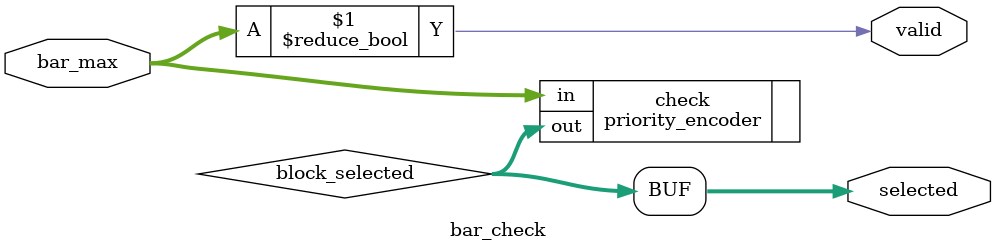
<source format=sv>
`include "../misc/priority_encoder.sv"
module bar_check (bar_max, valid, selected);

  parameter NUM_BLOCKS = 4;                               // Number of blocks per MP
  parameter BLOCKID_DEPTH = $clog2(NUM_BLOCKS);           // Number of bits to represent a block
  
  input [NUM_BLOCKS - 1 : 0] bar_max;                     // Barrier signals from blocks
  
  output valid;                                           // 1 if any bar_max signals are 1
  output [BLOCKID_DEPTH - 1 : 0] selected;                // Block finishing Barrier
  
  //Instantiate priority encoder to see which block has met the barrier
  wire [BLOCKID_DEPTH - 1 : 0] block_selected;
  priority_encoder #(.INPUT_WIDTH(NUM_BLOCKS)) check(.in(bar_max),
                                                     .out(block_selected));
  
  //assign outputs
  assign valid = (bar_max != 0);
  assign selected = block_selected;
  
endmodule

</source>
